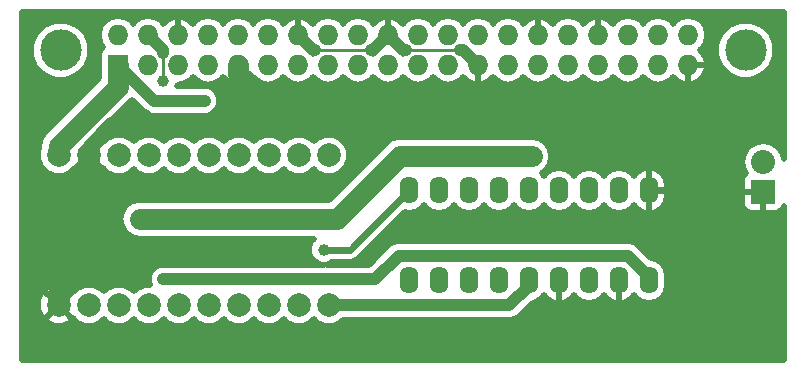
<source format=gbr>
G04 #@! TF.FileFunction,Copper,L2,Bot,Signal*
%FSLAX46Y46*%
G04 Gerber Fmt 4.6, Leading zero omitted, Abs format (unit mm)*
G04 Created by KiCad (PCBNEW 4.0.6-e0-6349~53~ubuntu16.04.1) date Sat Mar 25 19:46:27 2017*
%MOMM*%
%LPD*%
G01*
G04 APERTURE LIST*
%ADD10C,0.100000*%
%ADD11C,3.500000*%
%ADD12O,1.727200X1.727200*%
%ADD13R,1.727200X1.727200*%
%ADD14O,1.600000X2.300000*%
%ADD15C,2.000000*%
%ADD16R,2.032000X2.032000*%
%ADD17O,2.032000X2.032000*%
%ADD18C,1.000000*%
%ADD19C,1.800000*%
%ADD20C,1.000000*%
%ADD21C,0.250000*%
%ADD22C,0.600000*%
%ADD23C,0.500000*%
G04 APERTURE END LIST*
D10*
D11*
X103500000Y-103500000D03*
X161500000Y-103500000D03*
D12*
X108370000Y-102230000D03*
D13*
X108370000Y-104770000D03*
D12*
X110910000Y-102230000D03*
X110910000Y-104770000D03*
X113450000Y-102230000D03*
X113450000Y-104770000D03*
X115990000Y-102230000D03*
X115990000Y-104770000D03*
X118530000Y-102230000D03*
X118530000Y-104770000D03*
X121070000Y-102230000D03*
X121070000Y-104770000D03*
X123610000Y-102230000D03*
X123610000Y-104770000D03*
X126150000Y-102230000D03*
X126150000Y-104770000D03*
X128690000Y-102230000D03*
X128690000Y-104770000D03*
X131230000Y-102230000D03*
X131230000Y-104770000D03*
X133770000Y-102230000D03*
X133770000Y-104770000D03*
X136310000Y-102230000D03*
X136310000Y-104770000D03*
X138850000Y-102230000D03*
X138850000Y-104770000D03*
X141390000Y-102230000D03*
X141390000Y-104770000D03*
X143930000Y-102230000D03*
X143930000Y-104770000D03*
X146470000Y-102230000D03*
X146470000Y-104770000D03*
X149010000Y-102230000D03*
X149010000Y-104770000D03*
X151550000Y-102230000D03*
X151550000Y-104770000D03*
X154090000Y-102230000D03*
X154090000Y-104770000D03*
X156630000Y-102230000D03*
X156630000Y-104770000D03*
D14*
X133000000Y-123000000D03*
X135540000Y-123000000D03*
X138080000Y-123000000D03*
X140620000Y-123000000D03*
X143160000Y-123000000D03*
X145700000Y-123000000D03*
X148240000Y-123000000D03*
X150780000Y-123000000D03*
X153320000Y-123000000D03*
X153320000Y-115380000D03*
X150780000Y-115380000D03*
X148240000Y-115380000D03*
X145700000Y-115380000D03*
X143160000Y-115380000D03*
X140620000Y-115380000D03*
X138080000Y-115380000D03*
X135540000Y-115380000D03*
X133000000Y-115380000D03*
D15*
X126200000Y-112400000D03*
X123660000Y-112400000D03*
X121120000Y-112400000D03*
X118580000Y-112400000D03*
X116040000Y-112400000D03*
X113500000Y-112400000D03*
X110960000Y-112400000D03*
X108420000Y-112400000D03*
X105880000Y-112400000D03*
X103340000Y-112400000D03*
X126200000Y-125100000D03*
X123660000Y-125100000D03*
X121120000Y-125100000D03*
X118580000Y-125100000D03*
X116040000Y-125100000D03*
X113500000Y-125100000D03*
X110960000Y-125100000D03*
X108420000Y-125100000D03*
X105880000Y-125100000D03*
X103340000Y-125100000D03*
D16*
X163000000Y-115500000D03*
D17*
X163000000Y-112960000D03*
D18*
X145600000Y-107500000D03*
X143400000Y-112500000D03*
X110200000Y-117800000D03*
X112200000Y-106100000D03*
X112200000Y-122900000D03*
X115700000Y-107800000D03*
X125800000Y-120400000D03*
D19*
X105880000Y-112400000D02*
X105880000Y-121070000D01*
X103340000Y-123610000D02*
X103340000Y-125100000D01*
X105880000Y-121070000D02*
X103340000Y-123610000D01*
D20*
X105880000Y-112400000D02*
X105880000Y-111620000D01*
X105880000Y-111620000D02*
X107800000Y-109700000D01*
X107800000Y-109700000D02*
X118700000Y-109700000D01*
X118700000Y-109700000D02*
X120900000Y-107500000D01*
D19*
X145600000Y-107500000D02*
X120900000Y-107500000D01*
X120900000Y-107500000D02*
X120550000Y-107500000D01*
X120550000Y-107500000D02*
X118530000Y-105480000D01*
X118530000Y-105480000D02*
X118530000Y-104770000D01*
X118530000Y-104770000D02*
X118530000Y-105480000D01*
D21*
X132500000Y-103500000D02*
X137580000Y-103500000D01*
X137580000Y-103500000D02*
X137350000Y-103500000D01*
D20*
X137580000Y-103500000D02*
X137350000Y-103500000D01*
D21*
X124880000Y-103500000D02*
X128500000Y-103500000D01*
X128500000Y-103500000D02*
X129960000Y-103500000D01*
X129960000Y-103500000D02*
X129750000Y-103500000D01*
D20*
X129960000Y-103500000D02*
X129750000Y-103500000D01*
X138850000Y-104770000D02*
X137580000Y-103500000D01*
X131230000Y-102230000D02*
X132500000Y-103500000D01*
X132500000Y-103500000D02*
X132750000Y-103500000D01*
X131230000Y-102230000D02*
X129960000Y-103500000D01*
X123610000Y-102230000D02*
X124880000Y-103500000D01*
X124880000Y-103500000D02*
X125050000Y-103500000D01*
D19*
X110200000Y-117800000D02*
X126900000Y-117800000D01*
X132200000Y-112500000D02*
X143400000Y-112500000D01*
X126900000Y-117800000D02*
X132200000Y-112500000D01*
D20*
X143160000Y-123000000D02*
X143160000Y-123440000D01*
X143160000Y-123440000D02*
X141500000Y-125100000D01*
X141500000Y-125100000D02*
X126200000Y-125100000D01*
D21*
X112200000Y-103520000D02*
X112150000Y-103470000D01*
X112200000Y-103520000D02*
X112200000Y-106100000D01*
D20*
X110910000Y-102230000D02*
X112150000Y-103470000D01*
X112150000Y-103470000D02*
X112150000Y-103700000D01*
X153320000Y-123000000D02*
X153320000Y-122670000D01*
X153320000Y-122670000D02*
X151550000Y-120900000D01*
X130150000Y-122900000D02*
X112200000Y-122900000D01*
X132150000Y-120900000D02*
X130150000Y-122900000D01*
X151550000Y-120900000D02*
X132150000Y-120900000D01*
D19*
X103340000Y-112400000D02*
X103340000Y-111610000D01*
X103340000Y-111610000D02*
X108370000Y-106580000D01*
X108370000Y-106580000D02*
X108370000Y-104770000D01*
D20*
X115700000Y-107800000D02*
X111400000Y-107800000D01*
X111400000Y-107800000D02*
X108370000Y-104770000D01*
X153320000Y-123000000D02*
X153320000Y-122420000D01*
D22*
X125800000Y-120400000D02*
X127980000Y-120400000D01*
X127980000Y-120400000D02*
X133000000Y-115380000D01*
D23*
G36*
X164750000Y-112705627D02*
X164666169Y-112284181D01*
X164283349Y-111711249D01*
X163710417Y-111328429D01*
X163034598Y-111194000D01*
X162965402Y-111194000D01*
X162289583Y-111328429D01*
X161716651Y-111711249D01*
X161333831Y-112284181D01*
X161199402Y-112960000D01*
X161333831Y-113635819D01*
X161504613Y-113891413D01*
X161341398Y-114054628D01*
X161226000Y-114333225D01*
X161226000Y-115306500D01*
X161415500Y-115496000D01*
X162996000Y-115496000D01*
X162996000Y-115476000D01*
X163004000Y-115476000D01*
X163004000Y-115496000D01*
X163024000Y-115496000D01*
X163024000Y-115504000D01*
X163004000Y-115504000D01*
X163004000Y-117084500D01*
X163193500Y-117274000D01*
X164166776Y-117274000D01*
X164445373Y-117158601D01*
X164658602Y-116945372D01*
X164750000Y-116724716D01*
X164750000Y-129750000D01*
X100250000Y-129750000D01*
X100250000Y-126236275D01*
X102209382Y-126236275D01*
X102289669Y-126552463D01*
X102925454Y-126843845D01*
X103624350Y-126869743D01*
X104279956Y-126626213D01*
X104390331Y-126552463D01*
X104470618Y-126236275D01*
X103340000Y-125105657D01*
X102209382Y-126236275D01*
X100250000Y-126236275D01*
X100250000Y-125384350D01*
X101570257Y-125384350D01*
X101813787Y-126039956D01*
X101887537Y-126150331D01*
X102203725Y-126230618D01*
X103334343Y-125100000D01*
X103345657Y-125100000D01*
X104476275Y-126230618D01*
X104523866Y-126218534D01*
X104887410Y-126582713D01*
X105530376Y-126849696D01*
X106226569Y-126850304D01*
X106870001Y-126584443D01*
X107150057Y-126304875D01*
X107427410Y-126582713D01*
X108070376Y-126849696D01*
X108766569Y-126850304D01*
X109410001Y-126584443D01*
X109690057Y-126304875D01*
X109967410Y-126582713D01*
X110610376Y-126849696D01*
X111306569Y-126850304D01*
X111950001Y-126584443D01*
X112230057Y-126304875D01*
X112507410Y-126582713D01*
X113150376Y-126849696D01*
X113846569Y-126850304D01*
X114490001Y-126584443D01*
X114770057Y-126304875D01*
X115047410Y-126582713D01*
X115690376Y-126849696D01*
X116386569Y-126850304D01*
X117030001Y-126584443D01*
X117310057Y-126304875D01*
X117587410Y-126582713D01*
X118230376Y-126849696D01*
X118926569Y-126850304D01*
X119570001Y-126584443D01*
X119850057Y-126304875D01*
X120127410Y-126582713D01*
X120770376Y-126849696D01*
X121466569Y-126850304D01*
X122110001Y-126584443D01*
X122390057Y-126304875D01*
X122667410Y-126582713D01*
X123310376Y-126849696D01*
X124006569Y-126850304D01*
X124650001Y-126584443D01*
X124930057Y-126304875D01*
X125207410Y-126582713D01*
X125850376Y-126849696D01*
X126546569Y-126850304D01*
X127190001Y-126584443D01*
X127424853Y-126350000D01*
X141500000Y-126350000D01*
X141978354Y-126254849D01*
X142383883Y-125983883D01*
X143497721Y-124870046D01*
X143753159Y-124819236D01*
X144256016Y-124483239D01*
X144437734Y-124211277D01*
X144601156Y-124454501D01*
X145107475Y-124790935D01*
X145452325Y-124888188D01*
X145696000Y-124718494D01*
X145696000Y-123004000D01*
X145676000Y-123004000D01*
X145676000Y-122996000D01*
X145696000Y-122996000D01*
X145696000Y-122976000D01*
X145704000Y-122976000D01*
X145704000Y-122996000D01*
X145724000Y-122996000D01*
X145724000Y-123004000D01*
X145704000Y-123004000D01*
X145704000Y-124718494D01*
X145947675Y-124888188D01*
X146292525Y-124790935D01*
X146798844Y-124454501D01*
X146962266Y-124211277D01*
X147143984Y-124483239D01*
X147646841Y-124819236D01*
X148240000Y-124937223D01*
X148833159Y-124819236D01*
X149336016Y-124483239D01*
X149517734Y-124211277D01*
X149681156Y-124454501D01*
X150187475Y-124790935D01*
X150532325Y-124888188D01*
X150776000Y-124718494D01*
X150776000Y-123004000D01*
X150756000Y-123004000D01*
X150756000Y-122996000D01*
X150776000Y-122996000D01*
X150776000Y-122976000D01*
X150784000Y-122976000D01*
X150784000Y-122996000D01*
X150804000Y-122996000D01*
X150804000Y-123004000D01*
X150784000Y-123004000D01*
X150784000Y-124718494D01*
X151027675Y-124888188D01*
X151372525Y-124790935D01*
X151878844Y-124454501D01*
X152042266Y-124211277D01*
X152223984Y-124483239D01*
X152726841Y-124819236D01*
X153320000Y-124937223D01*
X153913159Y-124819236D01*
X154416016Y-124483239D01*
X154752013Y-123980382D01*
X154870000Y-123387223D01*
X154870000Y-122612777D01*
X154752013Y-122019618D01*
X154416016Y-121516761D01*
X153913159Y-121180764D01*
X153520406Y-121102640D01*
X152433883Y-120016117D01*
X152028354Y-119745151D01*
X151550000Y-119650000D01*
X132150000Y-119650000D01*
X131671646Y-119745151D01*
X131266116Y-120016117D01*
X129632234Y-121650000D01*
X126048075Y-121650000D01*
X126507143Y-121460316D01*
X126517477Y-121450000D01*
X127980000Y-121450000D01*
X128381818Y-121370074D01*
X128722462Y-121142462D01*
X132622742Y-117242182D01*
X133000000Y-117317223D01*
X133593159Y-117199236D01*
X134096016Y-116863239D01*
X134270000Y-116602853D01*
X134443984Y-116863239D01*
X134946841Y-117199236D01*
X135540000Y-117317223D01*
X136133159Y-117199236D01*
X136636016Y-116863239D01*
X136810000Y-116602853D01*
X136983984Y-116863239D01*
X137486841Y-117199236D01*
X138080000Y-117317223D01*
X138673159Y-117199236D01*
X139176016Y-116863239D01*
X139350000Y-116602853D01*
X139523984Y-116863239D01*
X140026841Y-117199236D01*
X140620000Y-117317223D01*
X141213159Y-117199236D01*
X141716016Y-116863239D01*
X141890000Y-116602853D01*
X142063984Y-116863239D01*
X142566841Y-117199236D01*
X143160000Y-117317223D01*
X143753159Y-117199236D01*
X144256016Y-116863239D01*
X144430000Y-116602853D01*
X144603984Y-116863239D01*
X145106841Y-117199236D01*
X145700000Y-117317223D01*
X146293159Y-117199236D01*
X146796016Y-116863239D01*
X146970000Y-116602853D01*
X147143984Y-116863239D01*
X147646841Y-117199236D01*
X148240000Y-117317223D01*
X148833159Y-117199236D01*
X149336016Y-116863239D01*
X149510000Y-116602853D01*
X149683984Y-116863239D01*
X150186841Y-117199236D01*
X150780000Y-117317223D01*
X151373159Y-117199236D01*
X151876016Y-116863239D01*
X152057734Y-116591277D01*
X152221156Y-116834501D01*
X152727475Y-117170935D01*
X153072325Y-117268188D01*
X153316000Y-117098494D01*
X153316000Y-115384000D01*
X153324000Y-115384000D01*
X153324000Y-117098494D01*
X153567675Y-117268188D01*
X153912525Y-117170935D01*
X154418844Y-116834501D01*
X154757874Y-116329916D01*
X154878000Y-115734000D01*
X154878000Y-115693500D01*
X161226000Y-115693500D01*
X161226000Y-116666775D01*
X161341398Y-116945372D01*
X161554627Y-117158601D01*
X161833224Y-117274000D01*
X162806500Y-117274000D01*
X162996000Y-117084500D01*
X162996000Y-115504000D01*
X161415500Y-115504000D01*
X161226000Y-115693500D01*
X154878000Y-115693500D01*
X154878000Y-115384000D01*
X153324000Y-115384000D01*
X153316000Y-115384000D01*
X153296000Y-115384000D01*
X153296000Y-115376000D01*
X153316000Y-115376000D01*
X153316000Y-113661506D01*
X153324000Y-113661506D01*
X153324000Y-115376000D01*
X154878000Y-115376000D01*
X154878000Y-115026000D01*
X154757874Y-114430084D01*
X154418844Y-113925499D01*
X153912525Y-113589065D01*
X153567675Y-113491812D01*
X153324000Y-113661506D01*
X153316000Y-113661506D01*
X153072325Y-113491812D01*
X152727475Y-113589065D01*
X152221156Y-113925499D01*
X152057734Y-114168723D01*
X151876016Y-113896761D01*
X151373159Y-113560764D01*
X150780000Y-113442777D01*
X150186841Y-113560764D01*
X149683984Y-113896761D01*
X149510000Y-114157147D01*
X149336016Y-113896761D01*
X148833159Y-113560764D01*
X148240000Y-113442777D01*
X147646841Y-113560764D01*
X147143984Y-113896761D01*
X146970000Y-114157147D01*
X146796016Y-113896761D01*
X146293159Y-113560764D01*
X145700000Y-113442777D01*
X145106841Y-113560764D01*
X144603984Y-113896761D01*
X144430000Y-114157147D01*
X144256016Y-113896761D01*
X144239235Y-113885549D01*
X144566726Y-113666726D01*
X144924401Y-113131428D01*
X145050000Y-112500000D01*
X144924401Y-111868572D01*
X144566726Y-111333274D01*
X144031428Y-110975599D01*
X143400000Y-110850000D01*
X132200000Y-110850000D01*
X131568572Y-110975599D01*
X131128895Y-111269382D01*
X131033274Y-111333274D01*
X126216548Y-116150000D01*
X110200000Y-116150000D01*
X109568572Y-116275599D01*
X109033274Y-116633274D01*
X108675599Y-117168572D01*
X108550000Y-117800000D01*
X108675599Y-118431428D01*
X109033274Y-118966726D01*
X109568572Y-119324401D01*
X110200000Y-119450000D01*
X124982348Y-119450000D01*
X124740919Y-119691007D01*
X124550217Y-120150269D01*
X124549783Y-120647550D01*
X124739684Y-121107143D01*
X125091007Y-121459081D01*
X125550269Y-121649783D01*
X125798909Y-121650000D01*
X112201090Y-121650000D01*
X111952450Y-121649783D01*
X111492857Y-121839684D01*
X111140919Y-122191007D01*
X110950217Y-122650269D01*
X110949783Y-123147550D01*
X111033460Y-123350063D01*
X110613431Y-123349696D01*
X109969999Y-123615557D01*
X109689943Y-123895125D01*
X109412590Y-123617287D01*
X108769624Y-123350304D01*
X108073431Y-123349696D01*
X107429999Y-123615557D01*
X107149943Y-123895125D01*
X106872590Y-123617287D01*
X106229624Y-123350304D01*
X105533431Y-123349696D01*
X104889999Y-123615557D01*
X104523535Y-123981382D01*
X104476275Y-123969382D01*
X103345657Y-125100000D01*
X103334343Y-125100000D01*
X102203725Y-123969382D01*
X101887537Y-124049669D01*
X101596155Y-124685454D01*
X101570257Y-125384350D01*
X100250000Y-125384350D01*
X100250000Y-123963725D01*
X102209382Y-123963725D01*
X103340000Y-125094343D01*
X104470618Y-123963725D01*
X104390331Y-123647537D01*
X103754546Y-123356155D01*
X103055650Y-123330257D01*
X102400044Y-123573787D01*
X102289669Y-123647537D01*
X102209382Y-123963725D01*
X100250000Y-123963725D01*
X100250000Y-112746569D01*
X101589696Y-112746569D01*
X101855557Y-113390001D01*
X102347410Y-113882713D01*
X102990376Y-114149696D01*
X103686569Y-114150304D01*
X104330001Y-113884443D01*
X104678777Y-113536275D01*
X104749382Y-113536275D01*
X104829669Y-113852463D01*
X105465454Y-114143845D01*
X106164350Y-114169743D01*
X106819956Y-113926213D01*
X106930331Y-113852463D01*
X107010618Y-113536275D01*
X105880000Y-112405657D01*
X104749382Y-113536275D01*
X104678777Y-113536275D01*
X104696465Y-113518618D01*
X104743725Y-113530618D01*
X105874343Y-112400000D01*
X105885657Y-112400000D01*
X107016275Y-113530618D01*
X107063866Y-113518534D01*
X107427410Y-113882713D01*
X108070376Y-114149696D01*
X108766569Y-114150304D01*
X109410001Y-113884443D01*
X109690057Y-113604875D01*
X109967410Y-113882713D01*
X110610376Y-114149696D01*
X111306569Y-114150304D01*
X111950001Y-113884443D01*
X112230057Y-113604875D01*
X112507410Y-113882713D01*
X113150376Y-114149696D01*
X113846569Y-114150304D01*
X114490001Y-113884443D01*
X114770057Y-113604875D01*
X115047410Y-113882713D01*
X115690376Y-114149696D01*
X116386569Y-114150304D01*
X117030001Y-113884443D01*
X117310057Y-113604875D01*
X117587410Y-113882713D01*
X118230376Y-114149696D01*
X118926569Y-114150304D01*
X119570001Y-113884443D01*
X119850057Y-113604875D01*
X120127410Y-113882713D01*
X120770376Y-114149696D01*
X121466569Y-114150304D01*
X122110001Y-113884443D01*
X122390057Y-113604875D01*
X122667410Y-113882713D01*
X123310376Y-114149696D01*
X124006569Y-114150304D01*
X124650001Y-113884443D01*
X124930057Y-113604875D01*
X125207410Y-113882713D01*
X125850376Y-114149696D01*
X126546569Y-114150304D01*
X127190001Y-113884443D01*
X127682713Y-113392590D01*
X127949696Y-112749624D01*
X127950304Y-112053431D01*
X127684443Y-111409999D01*
X127192590Y-110917287D01*
X126549624Y-110650304D01*
X125853431Y-110649696D01*
X125209999Y-110915557D01*
X124929943Y-111195125D01*
X124652590Y-110917287D01*
X124009624Y-110650304D01*
X123313431Y-110649696D01*
X122669999Y-110915557D01*
X122389943Y-111195125D01*
X122112590Y-110917287D01*
X121469624Y-110650304D01*
X120773431Y-110649696D01*
X120129999Y-110915557D01*
X119849943Y-111195125D01*
X119572590Y-110917287D01*
X118929624Y-110650304D01*
X118233431Y-110649696D01*
X117589999Y-110915557D01*
X117309943Y-111195125D01*
X117032590Y-110917287D01*
X116389624Y-110650304D01*
X115693431Y-110649696D01*
X115049999Y-110915557D01*
X114769943Y-111195125D01*
X114492590Y-110917287D01*
X113849624Y-110650304D01*
X113153431Y-110649696D01*
X112509999Y-110915557D01*
X112229943Y-111195125D01*
X111952590Y-110917287D01*
X111309624Y-110650304D01*
X110613431Y-110649696D01*
X109969999Y-110915557D01*
X109689943Y-111195125D01*
X109412590Y-110917287D01*
X108769624Y-110650304D01*
X108073431Y-110649696D01*
X107429999Y-110915557D01*
X107063535Y-111281382D01*
X107016275Y-111269382D01*
X105885657Y-112400000D01*
X105874343Y-112400000D01*
X105860201Y-112385858D01*
X105865858Y-112380201D01*
X105880000Y-112394343D01*
X107010618Y-111263725D01*
X106930331Y-110947537D01*
X106522723Y-110760729D01*
X109536726Y-107746726D01*
X109553642Y-107721409D01*
X110516116Y-108683883D01*
X110778319Y-108859081D01*
X110921646Y-108954849D01*
X111400000Y-109050000D01*
X115698909Y-109050000D01*
X115947550Y-109050217D01*
X116407143Y-108860316D01*
X116759081Y-108508993D01*
X116949783Y-108049731D01*
X116950217Y-107552450D01*
X116760316Y-107092857D01*
X116408993Y-106740919D01*
X115949731Y-106550217D01*
X115452450Y-106549783D01*
X115451925Y-106550000D01*
X113366624Y-106550000D01*
X113424684Y-106410176D01*
X113450000Y-106415212D01*
X114067498Y-106292384D01*
X114590988Y-105942600D01*
X114720000Y-105749519D01*
X114849012Y-105942600D01*
X115372502Y-106292384D01*
X115990000Y-106415212D01*
X116607498Y-106292384D01*
X117130988Y-105942600D01*
X117263820Y-105743803D01*
X117580087Y-106084249D01*
X118155336Y-106347724D01*
X118272376Y-106371005D01*
X118526000Y-106202094D01*
X118526000Y-104774000D01*
X118506000Y-104774000D01*
X118506000Y-104766000D01*
X118526000Y-104766000D01*
X118526000Y-104746000D01*
X118534000Y-104746000D01*
X118534000Y-104766000D01*
X118554000Y-104766000D01*
X118554000Y-104774000D01*
X118534000Y-104774000D01*
X118534000Y-106202094D01*
X118787624Y-106371005D01*
X118904664Y-106347724D01*
X119479913Y-106084249D01*
X119796180Y-105743803D01*
X119929012Y-105942600D01*
X120452502Y-106292384D01*
X121070000Y-106415212D01*
X121687498Y-106292384D01*
X122210988Y-105942600D01*
X122340000Y-105749519D01*
X122469012Y-105942600D01*
X122992502Y-106292384D01*
X123610000Y-106415212D01*
X124227498Y-106292384D01*
X124750988Y-105942600D01*
X124880000Y-105749519D01*
X125009012Y-105942600D01*
X125532502Y-106292384D01*
X126150000Y-106415212D01*
X126767498Y-106292384D01*
X127290988Y-105942600D01*
X127420000Y-105749519D01*
X127549012Y-105942600D01*
X128072502Y-106292384D01*
X128690000Y-106415212D01*
X129307498Y-106292384D01*
X129830988Y-105942600D01*
X129960000Y-105749519D01*
X130089012Y-105942600D01*
X130612502Y-106292384D01*
X131230000Y-106415212D01*
X131847498Y-106292384D01*
X132370988Y-105942600D01*
X132500000Y-105749519D01*
X132629012Y-105942600D01*
X133152502Y-106292384D01*
X133770000Y-106415212D01*
X134387498Y-106292384D01*
X134910988Y-105942600D01*
X135040000Y-105749519D01*
X135169012Y-105942600D01*
X135692502Y-106292384D01*
X136310000Y-106415212D01*
X136927498Y-106292384D01*
X137450988Y-105942600D01*
X137583820Y-105743803D01*
X137900087Y-106084249D01*
X138475336Y-106347724D01*
X138592376Y-106371005D01*
X138846000Y-106202094D01*
X138846000Y-104774000D01*
X138826000Y-104774000D01*
X138826000Y-104766000D01*
X138846000Y-104766000D01*
X138846000Y-104746000D01*
X138854000Y-104746000D01*
X138854000Y-104766000D01*
X138874000Y-104766000D01*
X138874000Y-104774000D01*
X138854000Y-104774000D01*
X138854000Y-106202094D01*
X139107624Y-106371005D01*
X139224664Y-106347724D01*
X139799913Y-106084249D01*
X140116180Y-105743803D01*
X140249012Y-105942600D01*
X140772502Y-106292384D01*
X141390000Y-106415212D01*
X142007498Y-106292384D01*
X142530988Y-105942600D01*
X142660000Y-105749519D01*
X142789012Y-105942600D01*
X143312502Y-106292384D01*
X143930000Y-106415212D01*
X144547498Y-106292384D01*
X145070988Y-105942600D01*
X145200000Y-105749519D01*
X145329012Y-105942600D01*
X145852502Y-106292384D01*
X146470000Y-106415212D01*
X147087498Y-106292384D01*
X147610988Y-105942600D01*
X147740000Y-105749519D01*
X147869012Y-105942600D01*
X148392502Y-106292384D01*
X149010000Y-106415212D01*
X149627498Y-106292384D01*
X150150988Y-105942600D01*
X150280000Y-105749519D01*
X150409012Y-105942600D01*
X150932502Y-106292384D01*
X151550000Y-106415212D01*
X152167498Y-106292384D01*
X152690988Y-105942600D01*
X152820000Y-105749519D01*
X152949012Y-105942600D01*
X153472502Y-106292384D01*
X154090000Y-106415212D01*
X154707498Y-106292384D01*
X155230988Y-105942600D01*
X155363820Y-105743803D01*
X155680087Y-106084249D01*
X156255336Y-106347724D01*
X156372376Y-106371005D01*
X156626000Y-106202094D01*
X156626000Y-104774000D01*
X156634000Y-104774000D01*
X156634000Y-106202094D01*
X156887624Y-106371005D01*
X157004664Y-106347724D01*
X157579913Y-106084249D01*
X158010547Y-105620692D01*
X158231005Y-105027624D01*
X158062095Y-104774000D01*
X156634000Y-104774000D01*
X156626000Y-104774000D01*
X156606000Y-104774000D01*
X156606000Y-104766000D01*
X156626000Y-104766000D01*
X156626000Y-104746000D01*
X156634000Y-104746000D01*
X156634000Y-104766000D01*
X158062095Y-104766000D01*
X158231005Y-104512376D01*
X158038721Y-103995099D01*
X158999567Y-103995099D01*
X159379367Y-104914286D01*
X160082015Y-105618161D01*
X161000538Y-105999565D01*
X161995099Y-106000433D01*
X162914286Y-105620633D01*
X163618161Y-104917985D01*
X163999565Y-103999462D01*
X164000433Y-103004901D01*
X163620633Y-102085714D01*
X162917985Y-101381839D01*
X161999462Y-101000435D01*
X161004901Y-100999567D01*
X160085714Y-101379367D01*
X159381839Y-102082015D01*
X159000435Y-103000538D01*
X158999567Y-103995099D01*
X158038721Y-103995099D01*
X158010547Y-103919308D01*
X157622627Y-103501731D01*
X157770988Y-103402600D01*
X158120772Y-102879110D01*
X158243600Y-102261612D01*
X158243600Y-102198388D01*
X158120772Y-101580890D01*
X157770988Y-101057400D01*
X157247498Y-100707616D01*
X156630000Y-100584788D01*
X156012502Y-100707616D01*
X155489012Y-101057400D01*
X155360000Y-101250481D01*
X155230988Y-101057400D01*
X154707498Y-100707616D01*
X154090000Y-100584788D01*
X153472502Y-100707616D01*
X152949012Y-101057400D01*
X152820000Y-101250481D01*
X152690988Y-101057400D01*
X152167498Y-100707616D01*
X151550000Y-100584788D01*
X150932502Y-100707616D01*
X150409012Y-101057400D01*
X150276180Y-101256197D01*
X149959913Y-100915751D01*
X149384664Y-100652276D01*
X149267624Y-100628995D01*
X149014000Y-100797906D01*
X149014000Y-102226000D01*
X149034000Y-102226000D01*
X149034000Y-102234000D01*
X149014000Y-102234000D01*
X149014000Y-102254000D01*
X149006000Y-102254000D01*
X149006000Y-102234000D01*
X148986000Y-102234000D01*
X148986000Y-102226000D01*
X149006000Y-102226000D01*
X149006000Y-100797906D01*
X148752376Y-100628995D01*
X148635336Y-100652276D01*
X148060087Y-100915751D01*
X147743820Y-101256197D01*
X147610988Y-101057400D01*
X147087498Y-100707616D01*
X146470000Y-100584788D01*
X145852502Y-100707616D01*
X145329012Y-101057400D01*
X145196180Y-101256197D01*
X144879913Y-100915751D01*
X144304664Y-100652276D01*
X144187624Y-100628995D01*
X143934000Y-100797906D01*
X143934000Y-102226000D01*
X143954000Y-102226000D01*
X143954000Y-102234000D01*
X143934000Y-102234000D01*
X143934000Y-102254000D01*
X143926000Y-102254000D01*
X143926000Y-102234000D01*
X143906000Y-102234000D01*
X143906000Y-102226000D01*
X143926000Y-102226000D01*
X143926000Y-100797906D01*
X143672376Y-100628995D01*
X143555336Y-100652276D01*
X142980087Y-100915751D01*
X142663820Y-101256197D01*
X142530988Y-101057400D01*
X142007498Y-100707616D01*
X141390000Y-100584788D01*
X140772502Y-100707616D01*
X140249012Y-101057400D01*
X140120000Y-101250481D01*
X139990988Y-101057400D01*
X139467498Y-100707616D01*
X138850000Y-100584788D01*
X138232502Y-100707616D01*
X137709012Y-101057400D01*
X137580000Y-101250481D01*
X137450988Y-101057400D01*
X136927498Y-100707616D01*
X136310000Y-100584788D01*
X135692502Y-100707616D01*
X135169012Y-101057400D01*
X135040000Y-101250481D01*
X134910988Y-101057400D01*
X134387498Y-100707616D01*
X133770000Y-100584788D01*
X133152502Y-100707616D01*
X132629012Y-101057400D01*
X132496180Y-101256197D01*
X132179913Y-100915751D01*
X131604664Y-100652276D01*
X131487624Y-100628995D01*
X131234000Y-100797906D01*
X131234000Y-102226000D01*
X131254000Y-102226000D01*
X131254000Y-102234000D01*
X131234000Y-102234000D01*
X131234000Y-102254000D01*
X131226000Y-102254000D01*
X131226000Y-102234000D01*
X131206000Y-102234000D01*
X131206000Y-102226000D01*
X131226000Y-102226000D01*
X131226000Y-100797906D01*
X130972376Y-100628995D01*
X130855336Y-100652276D01*
X130280087Y-100915751D01*
X129963820Y-101256197D01*
X129830988Y-101057400D01*
X129307498Y-100707616D01*
X128690000Y-100584788D01*
X128072502Y-100707616D01*
X127549012Y-101057400D01*
X127420000Y-101250481D01*
X127290988Y-101057400D01*
X126767498Y-100707616D01*
X126150000Y-100584788D01*
X125532502Y-100707616D01*
X125009012Y-101057400D01*
X124876180Y-101256197D01*
X124559913Y-100915751D01*
X123984664Y-100652276D01*
X123867624Y-100628995D01*
X123614000Y-100797906D01*
X123614000Y-102226000D01*
X123634000Y-102226000D01*
X123634000Y-102234000D01*
X123614000Y-102234000D01*
X123614000Y-102254000D01*
X123606000Y-102254000D01*
X123606000Y-102234000D01*
X123586000Y-102234000D01*
X123586000Y-102226000D01*
X123606000Y-102226000D01*
X123606000Y-100797906D01*
X123352376Y-100628995D01*
X123235336Y-100652276D01*
X122660087Y-100915751D01*
X122343820Y-101256197D01*
X122210988Y-101057400D01*
X121687498Y-100707616D01*
X121070000Y-100584788D01*
X120452502Y-100707616D01*
X119929012Y-101057400D01*
X119800000Y-101250481D01*
X119670988Y-101057400D01*
X119147498Y-100707616D01*
X118530000Y-100584788D01*
X117912502Y-100707616D01*
X117389012Y-101057400D01*
X117260000Y-101250481D01*
X117130988Y-101057400D01*
X116607498Y-100707616D01*
X115990000Y-100584788D01*
X115372502Y-100707616D01*
X114849012Y-101057400D01*
X114716180Y-101256197D01*
X114399913Y-100915751D01*
X113824664Y-100652276D01*
X113707624Y-100628995D01*
X113454000Y-100797906D01*
X113454000Y-102226000D01*
X113474000Y-102226000D01*
X113474000Y-102234000D01*
X113454000Y-102234000D01*
X113454000Y-102254000D01*
X113446000Y-102254000D01*
X113446000Y-102234000D01*
X113426000Y-102234000D01*
X113426000Y-102226000D01*
X113446000Y-102226000D01*
X113446000Y-100797906D01*
X113192376Y-100628995D01*
X113075336Y-100652276D01*
X112500087Y-100915751D01*
X112183820Y-101256197D01*
X112050988Y-101057400D01*
X111527498Y-100707616D01*
X110910000Y-100584788D01*
X110292502Y-100707616D01*
X109769012Y-101057400D01*
X109640000Y-101250481D01*
X109510988Y-101057400D01*
X108987498Y-100707616D01*
X108370000Y-100584788D01*
X107752502Y-100707616D01*
X107229012Y-101057400D01*
X106879228Y-101580890D01*
X106756400Y-102198388D01*
X106756400Y-102261612D01*
X106879228Y-102879110D01*
X107131377Y-103256479D01*
X106973202Y-103358262D01*
X106801954Y-103608892D01*
X106741707Y-103906400D01*
X106741707Y-104660872D01*
X106720000Y-104770000D01*
X106720000Y-105896548D01*
X102173274Y-110443274D01*
X101815599Y-110978572D01*
X101690000Y-111610000D01*
X101690000Y-111810282D01*
X101590304Y-112050376D01*
X101589696Y-112746569D01*
X100250000Y-112746569D01*
X100250000Y-103995099D01*
X100999567Y-103995099D01*
X101379367Y-104914286D01*
X102082015Y-105618161D01*
X103000538Y-105999565D01*
X103995099Y-106000433D01*
X104914286Y-105620633D01*
X105618161Y-104917985D01*
X105999565Y-103999462D01*
X106000433Y-103004901D01*
X105620633Y-102085714D01*
X104917985Y-101381839D01*
X103999462Y-101000435D01*
X103004901Y-100999567D01*
X102085714Y-101379367D01*
X101381839Y-102082015D01*
X101000435Y-103000538D01*
X100999567Y-103995099D01*
X100250000Y-103995099D01*
X100250000Y-100250000D01*
X164750000Y-100250000D01*
X164750000Y-112705627D01*
X164750000Y-112705627D01*
G37*
X164750000Y-112705627D02*
X164666169Y-112284181D01*
X164283349Y-111711249D01*
X163710417Y-111328429D01*
X163034598Y-111194000D01*
X162965402Y-111194000D01*
X162289583Y-111328429D01*
X161716651Y-111711249D01*
X161333831Y-112284181D01*
X161199402Y-112960000D01*
X161333831Y-113635819D01*
X161504613Y-113891413D01*
X161341398Y-114054628D01*
X161226000Y-114333225D01*
X161226000Y-115306500D01*
X161415500Y-115496000D01*
X162996000Y-115496000D01*
X162996000Y-115476000D01*
X163004000Y-115476000D01*
X163004000Y-115496000D01*
X163024000Y-115496000D01*
X163024000Y-115504000D01*
X163004000Y-115504000D01*
X163004000Y-117084500D01*
X163193500Y-117274000D01*
X164166776Y-117274000D01*
X164445373Y-117158601D01*
X164658602Y-116945372D01*
X164750000Y-116724716D01*
X164750000Y-129750000D01*
X100250000Y-129750000D01*
X100250000Y-126236275D01*
X102209382Y-126236275D01*
X102289669Y-126552463D01*
X102925454Y-126843845D01*
X103624350Y-126869743D01*
X104279956Y-126626213D01*
X104390331Y-126552463D01*
X104470618Y-126236275D01*
X103340000Y-125105657D01*
X102209382Y-126236275D01*
X100250000Y-126236275D01*
X100250000Y-125384350D01*
X101570257Y-125384350D01*
X101813787Y-126039956D01*
X101887537Y-126150331D01*
X102203725Y-126230618D01*
X103334343Y-125100000D01*
X103345657Y-125100000D01*
X104476275Y-126230618D01*
X104523866Y-126218534D01*
X104887410Y-126582713D01*
X105530376Y-126849696D01*
X106226569Y-126850304D01*
X106870001Y-126584443D01*
X107150057Y-126304875D01*
X107427410Y-126582713D01*
X108070376Y-126849696D01*
X108766569Y-126850304D01*
X109410001Y-126584443D01*
X109690057Y-126304875D01*
X109967410Y-126582713D01*
X110610376Y-126849696D01*
X111306569Y-126850304D01*
X111950001Y-126584443D01*
X112230057Y-126304875D01*
X112507410Y-126582713D01*
X113150376Y-126849696D01*
X113846569Y-126850304D01*
X114490001Y-126584443D01*
X114770057Y-126304875D01*
X115047410Y-126582713D01*
X115690376Y-126849696D01*
X116386569Y-126850304D01*
X117030001Y-126584443D01*
X117310057Y-126304875D01*
X117587410Y-126582713D01*
X118230376Y-126849696D01*
X118926569Y-126850304D01*
X119570001Y-126584443D01*
X119850057Y-126304875D01*
X120127410Y-126582713D01*
X120770376Y-126849696D01*
X121466569Y-126850304D01*
X122110001Y-126584443D01*
X122390057Y-126304875D01*
X122667410Y-126582713D01*
X123310376Y-126849696D01*
X124006569Y-126850304D01*
X124650001Y-126584443D01*
X124930057Y-126304875D01*
X125207410Y-126582713D01*
X125850376Y-126849696D01*
X126546569Y-126850304D01*
X127190001Y-126584443D01*
X127424853Y-126350000D01*
X141500000Y-126350000D01*
X141978354Y-126254849D01*
X142383883Y-125983883D01*
X143497721Y-124870046D01*
X143753159Y-124819236D01*
X144256016Y-124483239D01*
X144437734Y-124211277D01*
X144601156Y-124454501D01*
X145107475Y-124790935D01*
X145452325Y-124888188D01*
X145696000Y-124718494D01*
X145696000Y-123004000D01*
X145676000Y-123004000D01*
X145676000Y-122996000D01*
X145696000Y-122996000D01*
X145696000Y-122976000D01*
X145704000Y-122976000D01*
X145704000Y-122996000D01*
X145724000Y-122996000D01*
X145724000Y-123004000D01*
X145704000Y-123004000D01*
X145704000Y-124718494D01*
X145947675Y-124888188D01*
X146292525Y-124790935D01*
X146798844Y-124454501D01*
X146962266Y-124211277D01*
X147143984Y-124483239D01*
X147646841Y-124819236D01*
X148240000Y-124937223D01*
X148833159Y-124819236D01*
X149336016Y-124483239D01*
X149517734Y-124211277D01*
X149681156Y-124454501D01*
X150187475Y-124790935D01*
X150532325Y-124888188D01*
X150776000Y-124718494D01*
X150776000Y-123004000D01*
X150756000Y-123004000D01*
X150756000Y-122996000D01*
X150776000Y-122996000D01*
X150776000Y-122976000D01*
X150784000Y-122976000D01*
X150784000Y-122996000D01*
X150804000Y-122996000D01*
X150804000Y-123004000D01*
X150784000Y-123004000D01*
X150784000Y-124718494D01*
X151027675Y-124888188D01*
X151372525Y-124790935D01*
X151878844Y-124454501D01*
X152042266Y-124211277D01*
X152223984Y-124483239D01*
X152726841Y-124819236D01*
X153320000Y-124937223D01*
X153913159Y-124819236D01*
X154416016Y-124483239D01*
X154752013Y-123980382D01*
X154870000Y-123387223D01*
X154870000Y-122612777D01*
X154752013Y-122019618D01*
X154416016Y-121516761D01*
X153913159Y-121180764D01*
X153520406Y-121102640D01*
X152433883Y-120016117D01*
X152028354Y-119745151D01*
X151550000Y-119650000D01*
X132150000Y-119650000D01*
X131671646Y-119745151D01*
X131266116Y-120016117D01*
X129632234Y-121650000D01*
X126048075Y-121650000D01*
X126507143Y-121460316D01*
X126517477Y-121450000D01*
X127980000Y-121450000D01*
X128381818Y-121370074D01*
X128722462Y-121142462D01*
X132622742Y-117242182D01*
X133000000Y-117317223D01*
X133593159Y-117199236D01*
X134096016Y-116863239D01*
X134270000Y-116602853D01*
X134443984Y-116863239D01*
X134946841Y-117199236D01*
X135540000Y-117317223D01*
X136133159Y-117199236D01*
X136636016Y-116863239D01*
X136810000Y-116602853D01*
X136983984Y-116863239D01*
X137486841Y-117199236D01*
X138080000Y-117317223D01*
X138673159Y-117199236D01*
X139176016Y-116863239D01*
X139350000Y-116602853D01*
X139523984Y-116863239D01*
X140026841Y-117199236D01*
X140620000Y-117317223D01*
X141213159Y-117199236D01*
X141716016Y-116863239D01*
X141890000Y-116602853D01*
X142063984Y-116863239D01*
X142566841Y-117199236D01*
X143160000Y-117317223D01*
X143753159Y-117199236D01*
X144256016Y-116863239D01*
X144430000Y-116602853D01*
X144603984Y-116863239D01*
X145106841Y-117199236D01*
X145700000Y-117317223D01*
X146293159Y-117199236D01*
X146796016Y-116863239D01*
X146970000Y-116602853D01*
X147143984Y-116863239D01*
X147646841Y-117199236D01*
X148240000Y-117317223D01*
X148833159Y-117199236D01*
X149336016Y-116863239D01*
X149510000Y-116602853D01*
X149683984Y-116863239D01*
X150186841Y-117199236D01*
X150780000Y-117317223D01*
X151373159Y-117199236D01*
X151876016Y-116863239D01*
X152057734Y-116591277D01*
X152221156Y-116834501D01*
X152727475Y-117170935D01*
X153072325Y-117268188D01*
X153316000Y-117098494D01*
X153316000Y-115384000D01*
X153324000Y-115384000D01*
X153324000Y-117098494D01*
X153567675Y-117268188D01*
X153912525Y-117170935D01*
X154418844Y-116834501D01*
X154757874Y-116329916D01*
X154878000Y-115734000D01*
X154878000Y-115693500D01*
X161226000Y-115693500D01*
X161226000Y-116666775D01*
X161341398Y-116945372D01*
X161554627Y-117158601D01*
X161833224Y-117274000D01*
X162806500Y-117274000D01*
X162996000Y-117084500D01*
X162996000Y-115504000D01*
X161415500Y-115504000D01*
X161226000Y-115693500D01*
X154878000Y-115693500D01*
X154878000Y-115384000D01*
X153324000Y-115384000D01*
X153316000Y-115384000D01*
X153296000Y-115384000D01*
X153296000Y-115376000D01*
X153316000Y-115376000D01*
X153316000Y-113661506D01*
X153324000Y-113661506D01*
X153324000Y-115376000D01*
X154878000Y-115376000D01*
X154878000Y-115026000D01*
X154757874Y-114430084D01*
X154418844Y-113925499D01*
X153912525Y-113589065D01*
X153567675Y-113491812D01*
X153324000Y-113661506D01*
X153316000Y-113661506D01*
X153072325Y-113491812D01*
X152727475Y-113589065D01*
X152221156Y-113925499D01*
X152057734Y-114168723D01*
X151876016Y-113896761D01*
X151373159Y-113560764D01*
X150780000Y-113442777D01*
X150186841Y-113560764D01*
X149683984Y-113896761D01*
X149510000Y-114157147D01*
X149336016Y-113896761D01*
X148833159Y-113560764D01*
X148240000Y-113442777D01*
X147646841Y-113560764D01*
X147143984Y-113896761D01*
X146970000Y-114157147D01*
X146796016Y-113896761D01*
X146293159Y-113560764D01*
X145700000Y-113442777D01*
X145106841Y-113560764D01*
X144603984Y-113896761D01*
X144430000Y-114157147D01*
X144256016Y-113896761D01*
X144239235Y-113885549D01*
X144566726Y-113666726D01*
X144924401Y-113131428D01*
X145050000Y-112500000D01*
X144924401Y-111868572D01*
X144566726Y-111333274D01*
X144031428Y-110975599D01*
X143400000Y-110850000D01*
X132200000Y-110850000D01*
X131568572Y-110975599D01*
X131128895Y-111269382D01*
X131033274Y-111333274D01*
X126216548Y-116150000D01*
X110200000Y-116150000D01*
X109568572Y-116275599D01*
X109033274Y-116633274D01*
X108675599Y-117168572D01*
X108550000Y-117800000D01*
X108675599Y-118431428D01*
X109033274Y-118966726D01*
X109568572Y-119324401D01*
X110200000Y-119450000D01*
X124982348Y-119450000D01*
X124740919Y-119691007D01*
X124550217Y-120150269D01*
X124549783Y-120647550D01*
X124739684Y-121107143D01*
X125091007Y-121459081D01*
X125550269Y-121649783D01*
X125798909Y-121650000D01*
X112201090Y-121650000D01*
X111952450Y-121649783D01*
X111492857Y-121839684D01*
X111140919Y-122191007D01*
X110950217Y-122650269D01*
X110949783Y-123147550D01*
X111033460Y-123350063D01*
X110613431Y-123349696D01*
X109969999Y-123615557D01*
X109689943Y-123895125D01*
X109412590Y-123617287D01*
X108769624Y-123350304D01*
X108073431Y-123349696D01*
X107429999Y-123615557D01*
X107149943Y-123895125D01*
X106872590Y-123617287D01*
X106229624Y-123350304D01*
X105533431Y-123349696D01*
X104889999Y-123615557D01*
X104523535Y-123981382D01*
X104476275Y-123969382D01*
X103345657Y-125100000D01*
X103334343Y-125100000D01*
X102203725Y-123969382D01*
X101887537Y-124049669D01*
X101596155Y-124685454D01*
X101570257Y-125384350D01*
X100250000Y-125384350D01*
X100250000Y-123963725D01*
X102209382Y-123963725D01*
X103340000Y-125094343D01*
X104470618Y-123963725D01*
X104390331Y-123647537D01*
X103754546Y-123356155D01*
X103055650Y-123330257D01*
X102400044Y-123573787D01*
X102289669Y-123647537D01*
X102209382Y-123963725D01*
X100250000Y-123963725D01*
X100250000Y-112746569D01*
X101589696Y-112746569D01*
X101855557Y-113390001D01*
X102347410Y-113882713D01*
X102990376Y-114149696D01*
X103686569Y-114150304D01*
X104330001Y-113884443D01*
X104678777Y-113536275D01*
X104749382Y-113536275D01*
X104829669Y-113852463D01*
X105465454Y-114143845D01*
X106164350Y-114169743D01*
X106819956Y-113926213D01*
X106930331Y-113852463D01*
X107010618Y-113536275D01*
X105880000Y-112405657D01*
X104749382Y-113536275D01*
X104678777Y-113536275D01*
X104696465Y-113518618D01*
X104743725Y-113530618D01*
X105874343Y-112400000D01*
X105885657Y-112400000D01*
X107016275Y-113530618D01*
X107063866Y-113518534D01*
X107427410Y-113882713D01*
X108070376Y-114149696D01*
X108766569Y-114150304D01*
X109410001Y-113884443D01*
X109690057Y-113604875D01*
X109967410Y-113882713D01*
X110610376Y-114149696D01*
X111306569Y-114150304D01*
X111950001Y-113884443D01*
X112230057Y-113604875D01*
X112507410Y-113882713D01*
X113150376Y-114149696D01*
X113846569Y-114150304D01*
X114490001Y-113884443D01*
X114770057Y-113604875D01*
X115047410Y-113882713D01*
X115690376Y-114149696D01*
X116386569Y-114150304D01*
X117030001Y-113884443D01*
X117310057Y-113604875D01*
X117587410Y-113882713D01*
X118230376Y-114149696D01*
X118926569Y-114150304D01*
X119570001Y-113884443D01*
X119850057Y-113604875D01*
X120127410Y-113882713D01*
X120770376Y-114149696D01*
X121466569Y-114150304D01*
X122110001Y-113884443D01*
X122390057Y-113604875D01*
X122667410Y-113882713D01*
X123310376Y-114149696D01*
X124006569Y-114150304D01*
X124650001Y-113884443D01*
X124930057Y-113604875D01*
X125207410Y-113882713D01*
X125850376Y-114149696D01*
X126546569Y-114150304D01*
X127190001Y-113884443D01*
X127682713Y-113392590D01*
X127949696Y-112749624D01*
X127950304Y-112053431D01*
X127684443Y-111409999D01*
X127192590Y-110917287D01*
X126549624Y-110650304D01*
X125853431Y-110649696D01*
X125209999Y-110915557D01*
X124929943Y-111195125D01*
X124652590Y-110917287D01*
X124009624Y-110650304D01*
X123313431Y-110649696D01*
X122669999Y-110915557D01*
X122389943Y-111195125D01*
X122112590Y-110917287D01*
X121469624Y-110650304D01*
X120773431Y-110649696D01*
X120129999Y-110915557D01*
X119849943Y-111195125D01*
X119572590Y-110917287D01*
X118929624Y-110650304D01*
X118233431Y-110649696D01*
X117589999Y-110915557D01*
X117309943Y-111195125D01*
X117032590Y-110917287D01*
X116389624Y-110650304D01*
X115693431Y-110649696D01*
X115049999Y-110915557D01*
X114769943Y-111195125D01*
X114492590Y-110917287D01*
X113849624Y-110650304D01*
X113153431Y-110649696D01*
X112509999Y-110915557D01*
X112229943Y-111195125D01*
X111952590Y-110917287D01*
X111309624Y-110650304D01*
X110613431Y-110649696D01*
X109969999Y-110915557D01*
X109689943Y-111195125D01*
X109412590Y-110917287D01*
X108769624Y-110650304D01*
X108073431Y-110649696D01*
X107429999Y-110915557D01*
X107063535Y-111281382D01*
X107016275Y-111269382D01*
X105885657Y-112400000D01*
X105874343Y-112400000D01*
X105860201Y-112385858D01*
X105865858Y-112380201D01*
X105880000Y-112394343D01*
X107010618Y-111263725D01*
X106930331Y-110947537D01*
X106522723Y-110760729D01*
X109536726Y-107746726D01*
X109553642Y-107721409D01*
X110516116Y-108683883D01*
X110778319Y-108859081D01*
X110921646Y-108954849D01*
X111400000Y-109050000D01*
X115698909Y-109050000D01*
X115947550Y-109050217D01*
X116407143Y-108860316D01*
X116759081Y-108508993D01*
X116949783Y-108049731D01*
X116950217Y-107552450D01*
X116760316Y-107092857D01*
X116408993Y-106740919D01*
X115949731Y-106550217D01*
X115452450Y-106549783D01*
X115451925Y-106550000D01*
X113366624Y-106550000D01*
X113424684Y-106410176D01*
X113450000Y-106415212D01*
X114067498Y-106292384D01*
X114590988Y-105942600D01*
X114720000Y-105749519D01*
X114849012Y-105942600D01*
X115372502Y-106292384D01*
X115990000Y-106415212D01*
X116607498Y-106292384D01*
X117130988Y-105942600D01*
X117263820Y-105743803D01*
X117580087Y-106084249D01*
X118155336Y-106347724D01*
X118272376Y-106371005D01*
X118526000Y-106202094D01*
X118526000Y-104774000D01*
X118506000Y-104774000D01*
X118506000Y-104766000D01*
X118526000Y-104766000D01*
X118526000Y-104746000D01*
X118534000Y-104746000D01*
X118534000Y-104766000D01*
X118554000Y-104766000D01*
X118554000Y-104774000D01*
X118534000Y-104774000D01*
X118534000Y-106202094D01*
X118787624Y-106371005D01*
X118904664Y-106347724D01*
X119479913Y-106084249D01*
X119796180Y-105743803D01*
X119929012Y-105942600D01*
X120452502Y-106292384D01*
X121070000Y-106415212D01*
X121687498Y-106292384D01*
X122210988Y-105942600D01*
X122340000Y-105749519D01*
X122469012Y-105942600D01*
X122992502Y-106292384D01*
X123610000Y-106415212D01*
X124227498Y-106292384D01*
X124750988Y-105942600D01*
X124880000Y-105749519D01*
X125009012Y-105942600D01*
X125532502Y-106292384D01*
X126150000Y-106415212D01*
X126767498Y-106292384D01*
X127290988Y-105942600D01*
X127420000Y-105749519D01*
X127549012Y-105942600D01*
X128072502Y-106292384D01*
X128690000Y-106415212D01*
X129307498Y-106292384D01*
X129830988Y-105942600D01*
X129960000Y-105749519D01*
X130089012Y-105942600D01*
X130612502Y-106292384D01*
X131230000Y-106415212D01*
X131847498Y-106292384D01*
X132370988Y-105942600D01*
X132500000Y-105749519D01*
X132629012Y-105942600D01*
X133152502Y-106292384D01*
X133770000Y-106415212D01*
X134387498Y-106292384D01*
X134910988Y-105942600D01*
X135040000Y-105749519D01*
X135169012Y-105942600D01*
X135692502Y-106292384D01*
X136310000Y-106415212D01*
X136927498Y-106292384D01*
X137450988Y-105942600D01*
X137583820Y-105743803D01*
X137900087Y-106084249D01*
X138475336Y-106347724D01*
X138592376Y-106371005D01*
X138846000Y-106202094D01*
X138846000Y-104774000D01*
X138826000Y-104774000D01*
X138826000Y-104766000D01*
X138846000Y-104766000D01*
X138846000Y-104746000D01*
X138854000Y-104746000D01*
X138854000Y-104766000D01*
X138874000Y-104766000D01*
X138874000Y-104774000D01*
X138854000Y-104774000D01*
X138854000Y-106202094D01*
X139107624Y-106371005D01*
X139224664Y-106347724D01*
X139799913Y-106084249D01*
X140116180Y-105743803D01*
X140249012Y-105942600D01*
X140772502Y-106292384D01*
X141390000Y-106415212D01*
X142007498Y-106292384D01*
X142530988Y-105942600D01*
X142660000Y-105749519D01*
X142789012Y-105942600D01*
X143312502Y-106292384D01*
X143930000Y-106415212D01*
X144547498Y-106292384D01*
X145070988Y-105942600D01*
X145200000Y-105749519D01*
X145329012Y-105942600D01*
X145852502Y-106292384D01*
X146470000Y-106415212D01*
X147087498Y-106292384D01*
X147610988Y-105942600D01*
X147740000Y-105749519D01*
X147869012Y-105942600D01*
X148392502Y-106292384D01*
X149010000Y-106415212D01*
X149627498Y-106292384D01*
X150150988Y-105942600D01*
X150280000Y-105749519D01*
X150409012Y-105942600D01*
X150932502Y-106292384D01*
X151550000Y-106415212D01*
X152167498Y-106292384D01*
X152690988Y-105942600D01*
X152820000Y-105749519D01*
X152949012Y-105942600D01*
X153472502Y-106292384D01*
X154090000Y-106415212D01*
X154707498Y-106292384D01*
X155230988Y-105942600D01*
X155363820Y-105743803D01*
X155680087Y-106084249D01*
X156255336Y-106347724D01*
X156372376Y-106371005D01*
X156626000Y-106202094D01*
X156626000Y-104774000D01*
X156634000Y-104774000D01*
X156634000Y-106202094D01*
X156887624Y-106371005D01*
X157004664Y-106347724D01*
X157579913Y-106084249D01*
X158010547Y-105620692D01*
X158231005Y-105027624D01*
X158062095Y-104774000D01*
X156634000Y-104774000D01*
X156626000Y-104774000D01*
X156606000Y-104774000D01*
X156606000Y-104766000D01*
X156626000Y-104766000D01*
X156626000Y-104746000D01*
X156634000Y-104746000D01*
X156634000Y-104766000D01*
X158062095Y-104766000D01*
X158231005Y-104512376D01*
X158038721Y-103995099D01*
X158999567Y-103995099D01*
X159379367Y-104914286D01*
X160082015Y-105618161D01*
X161000538Y-105999565D01*
X161995099Y-106000433D01*
X162914286Y-105620633D01*
X163618161Y-104917985D01*
X163999565Y-103999462D01*
X164000433Y-103004901D01*
X163620633Y-102085714D01*
X162917985Y-101381839D01*
X161999462Y-101000435D01*
X161004901Y-100999567D01*
X160085714Y-101379367D01*
X159381839Y-102082015D01*
X159000435Y-103000538D01*
X158999567Y-103995099D01*
X158038721Y-103995099D01*
X158010547Y-103919308D01*
X157622627Y-103501731D01*
X157770988Y-103402600D01*
X158120772Y-102879110D01*
X158243600Y-102261612D01*
X158243600Y-102198388D01*
X158120772Y-101580890D01*
X157770988Y-101057400D01*
X157247498Y-100707616D01*
X156630000Y-100584788D01*
X156012502Y-100707616D01*
X155489012Y-101057400D01*
X155360000Y-101250481D01*
X155230988Y-101057400D01*
X154707498Y-100707616D01*
X154090000Y-100584788D01*
X153472502Y-100707616D01*
X152949012Y-101057400D01*
X152820000Y-101250481D01*
X152690988Y-101057400D01*
X152167498Y-100707616D01*
X151550000Y-100584788D01*
X150932502Y-100707616D01*
X150409012Y-101057400D01*
X150276180Y-101256197D01*
X149959913Y-100915751D01*
X149384664Y-100652276D01*
X149267624Y-100628995D01*
X149014000Y-100797906D01*
X149014000Y-102226000D01*
X149034000Y-102226000D01*
X149034000Y-102234000D01*
X149014000Y-102234000D01*
X149014000Y-102254000D01*
X149006000Y-102254000D01*
X149006000Y-102234000D01*
X148986000Y-102234000D01*
X148986000Y-102226000D01*
X149006000Y-102226000D01*
X149006000Y-100797906D01*
X148752376Y-100628995D01*
X148635336Y-100652276D01*
X148060087Y-100915751D01*
X147743820Y-101256197D01*
X147610988Y-101057400D01*
X147087498Y-100707616D01*
X146470000Y-100584788D01*
X145852502Y-100707616D01*
X145329012Y-101057400D01*
X145196180Y-101256197D01*
X144879913Y-100915751D01*
X144304664Y-100652276D01*
X144187624Y-100628995D01*
X143934000Y-100797906D01*
X143934000Y-102226000D01*
X143954000Y-102226000D01*
X143954000Y-102234000D01*
X143934000Y-102234000D01*
X143934000Y-102254000D01*
X143926000Y-102254000D01*
X143926000Y-102234000D01*
X143906000Y-102234000D01*
X143906000Y-102226000D01*
X143926000Y-102226000D01*
X143926000Y-100797906D01*
X143672376Y-100628995D01*
X143555336Y-100652276D01*
X142980087Y-100915751D01*
X142663820Y-101256197D01*
X142530988Y-101057400D01*
X142007498Y-100707616D01*
X141390000Y-100584788D01*
X140772502Y-100707616D01*
X140249012Y-101057400D01*
X140120000Y-101250481D01*
X139990988Y-101057400D01*
X139467498Y-100707616D01*
X138850000Y-100584788D01*
X138232502Y-100707616D01*
X137709012Y-101057400D01*
X137580000Y-101250481D01*
X137450988Y-101057400D01*
X136927498Y-100707616D01*
X136310000Y-100584788D01*
X135692502Y-100707616D01*
X135169012Y-101057400D01*
X135040000Y-101250481D01*
X134910988Y-101057400D01*
X134387498Y-100707616D01*
X133770000Y-100584788D01*
X133152502Y-100707616D01*
X132629012Y-101057400D01*
X132496180Y-101256197D01*
X132179913Y-100915751D01*
X131604664Y-100652276D01*
X131487624Y-100628995D01*
X131234000Y-100797906D01*
X131234000Y-102226000D01*
X131254000Y-102226000D01*
X131254000Y-102234000D01*
X131234000Y-102234000D01*
X131234000Y-102254000D01*
X131226000Y-102254000D01*
X131226000Y-102234000D01*
X131206000Y-102234000D01*
X131206000Y-102226000D01*
X131226000Y-102226000D01*
X131226000Y-100797906D01*
X130972376Y-100628995D01*
X130855336Y-100652276D01*
X130280087Y-100915751D01*
X129963820Y-101256197D01*
X129830988Y-101057400D01*
X129307498Y-100707616D01*
X128690000Y-100584788D01*
X128072502Y-100707616D01*
X127549012Y-101057400D01*
X127420000Y-101250481D01*
X127290988Y-101057400D01*
X126767498Y-100707616D01*
X126150000Y-100584788D01*
X125532502Y-100707616D01*
X125009012Y-101057400D01*
X124876180Y-101256197D01*
X124559913Y-100915751D01*
X123984664Y-100652276D01*
X123867624Y-100628995D01*
X123614000Y-100797906D01*
X123614000Y-102226000D01*
X123634000Y-102226000D01*
X123634000Y-102234000D01*
X123614000Y-102234000D01*
X123614000Y-102254000D01*
X123606000Y-102254000D01*
X123606000Y-102234000D01*
X123586000Y-102234000D01*
X123586000Y-102226000D01*
X123606000Y-102226000D01*
X123606000Y-100797906D01*
X123352376Y-100628995D01*
X123235336Y-100652276D01*
X122660087Y-100915751D01*
X122343820Y-101256197D01*
X122210988Y-101057400D01*
X121687498Y-100707616D01*
X121070000Y-100584788D01*
X120452502Y-100707616D01*
X119929012Y-101057400D01*
X119800000Y-101250481D01*
X119670988Y-101057400D01*
X119147498Y-100707616D01*
X118530000Y-100584788D01*
X117912502Y-100707616D01*
X117389012Y-101057400D01*
X117260000Y-101250481D01*
X117130988Y-101057400D01*
X116607498Y-100707616D01*
X115990000Y-100584788D01*
X115372502Y-100707616D01*
X114849012Y-101057400D01*
X114716180Y-101256197D01*
X114399913Y-100915751D01*
X113824664Y-100652276D01*
X113707624Y-100628995D01*
X113454000Y-100797906D01*
X113454000Y-102226000D01*
X113474000Y-102226000D01*
X113474000Y-102234000D01*
X113454000Y-102234000D01*
X113454000Y-102254000D01*
X113446000Y-102254000D01*
X113446000Y-102234000D01*
X113426000Y-102234000D01*
X113426000Y-102226000D01*
X113446000Y-102226000D01*
X113446000Y-100797906D01*
X113192376Y-100628995D01*
X113075336Y-100652276D01*
X112500087Y-100915751D01*
X112183820Y-101256197D01*
X112050988Y-101057400D01*
X111527498Y-100707616D01*
X110910000Y-100584788D01*
X110292502Y-100707616D01*
X109769012Y-101057400D01*
X109640000Y-101250481D01*
X109510988Y-101057400D01*
X108987498Y-100707616D01*
X108370000Y-100584788D01*
X107752502Y-100707616D01*
X107229012Y-101057400D01*
X106879228Y-101580890D01*
X106756400Y-102198388D01*
X106756400Y-102261612D01*
X106879228Y-102879110D01*
X107131377Y-103256479D01*
X106973202Y-103358262D01*
X106801954Y-103608892D01*
X106741707Y-103906400D01*
X106741707Y-104660872D01*
X106720000Y-104770000D01*
X106720000Y-105896548D01*
X102173274Y-110443274D01*
X101815599Y-110978572D01*
X101690000Y-111610000D01*
X101690000Y-111810282D01*
X101590304Y-112050376D01*
X101589696Y-112746569D01*
X100250000Y-112746569D01*
X100250000Y-103995099D01*
X100999567Y-103995099D01*
X101379367Y-104914286D01*
X102082015Y-105618161D01*
X103000538Y-105999565D01*
X103995099Y-106000433D01*
X104914286Y-105620633D01*
X105618161Y-104917985D01*
X105999565Y-103999462D01*
X106000433Y-103004901D01*
X105620633Y-102085714D01*
X104917985Y-101381839D01*
X103999462Y-101000435D01*
X103004901Y-100999567D01*
X102085714Y-101379367D01*
X101381839Y-102082015D01*
X101000435Y-103000538D01*
X100999567Y-103995099D01*
X100250000Y-103995099D01*
X100250000Y-100250000D01*
X164750000Y-100250000D01*
X164750000Y-112705627D01*
G36*
X138084000Y-122996000D02*
X138104000Y-122996000D01*
X138104000Y-123004000D01*
X138084000Y-123004000D01*
X138084000Y-123024000D01*
X138076000Y-123024000D01*
X138076000Y-123004000D01*
X138056000Y-123004000D01*
X138056000Y-122996000D01*
X138076000Y-122996000D01*
X138076000Y-122976000D01*
X138084000Y-122976000D01*
X138084000Y-122996000D01*
X138084000Y-122996000D01*
G37*
X138084000Y-122996000D02*
X138104000Y-122996000D01*
X138104000Y-123004000D01*
X138084000Y-123004000D01*
X138084000Y-123024000D01*
X138076000Y-123024000D01*
X138076000Y-123004000D01*
X138056000Y-123004000D01*
X138056000Y-122996000D01*
X138076000Y-122996000D01*
X138076000Y-122976000D01*
X138084000Y-122976000D01*
X138084000Y-122996000D01*
G36*
X137709012Y-103402600D02*
X137857373Y-103501731D01*
X137583820Y-103796197D01*
X137450988Y-103597400D01*
X137305218Y-103500000D01*
X137450988Y-103402600D01*
X137580000Y-103209519D01*
X137709012Y-103402600D01*
X137709012Y-103402600D01*
G37*
X137709012Y-103402600D02*
X137857373Y-103501731D01*
X137583820Y-103796197D01*
X137450988Y-103597400D01*
X137305218Y-103500000D01*
X137450988Y-103402600D01*
X137580000Y-103209519D01*
X137709012Y-103402600D01*
G36*
X132629012Y-103402600D02*
X132774782Y-103500000D01*
X132629012Y-103597400D01*
X132500000Y-103790481D01*
X132370988Y-103597400D01*
X132222627Y-103498269D01*
X132496180Y-103203803D01*
X132629012Y-103402600D01*
X132629012Y-103402600D01*
G37*
X132629012Y-103402600D02*
X132774782Y-103500000D01*
X132629012Y-103597400D01*
X132500000Y-103790481D01*
X132370988Y-103597400D01*
X132222627Y-103498269D01*
X132496180Y-103203803D01*
X132629012Y-103402600D01*
G36*
X130237373Y-103498269D02*
X130089012Y-103597400D01*
X129960000Y-103790481D01*
X129830988Y-103597400D01*
X129685218Y-103500000D01*
X129830988Y-103402600D01*
X129963820Y-103203803D01*
X130237373Y-103498269D01*
X130237373Y-103498269D01*
G37*
X130237373Y-103498269D02*
X130089012Y-103597400D01*
X129960000Y-103790481D01*
X129830988Y-103597400D01*
X129685218Y-103500000D01*
X129830988Y-103402600D01*
X129963820Y-103203803D01*
X130237373Y-103498269D01*
G36*
X125009012Y-103402600D02*
X125154782Y-103500000D01*
X125009012Y-103597400D01*
X124880000Y-103790481D01*
X124750988Y-103597400D01*
X124602627Y-103498269D01*
X124876180Y-103203803D01*
X125009012Y-103402600D01*
X125009012Y-103402600D01*
G37*
X125009012Y-103402600D02*
X125154782Y-103500000D01*
X125009012Y-103597400D01*
X124880000Y-103790481D01*
X124750988Y-103597400D01*
X124602627Y-103498269D01*
X124876180Y-103203803D01*
X125009012Y-103402600D01*
M02*

</source>
